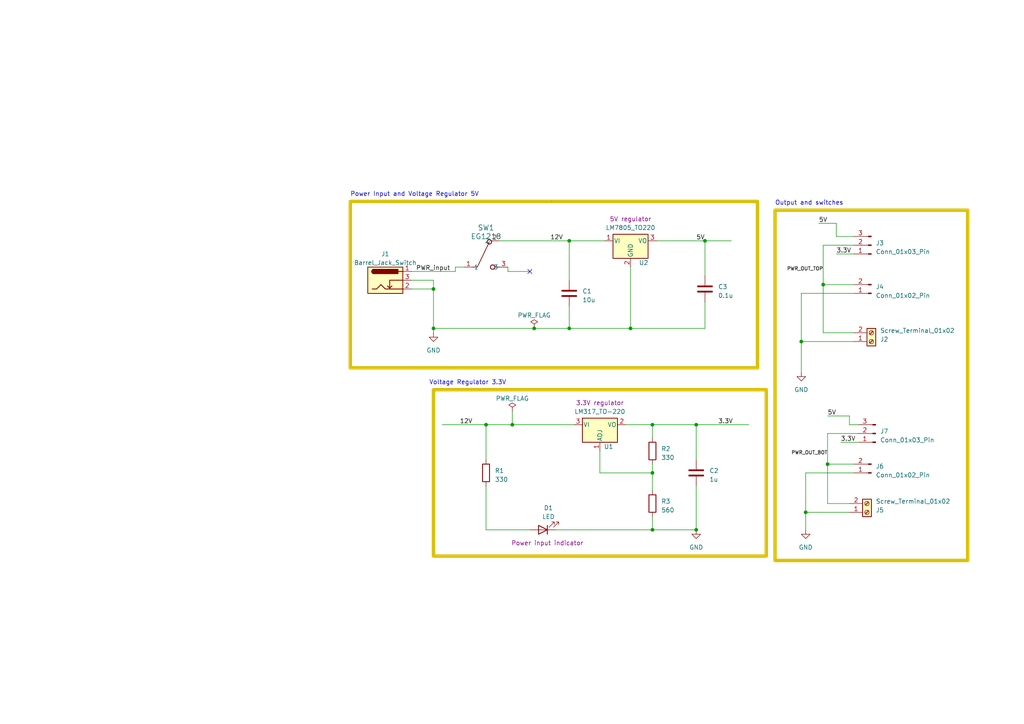
<source format=kicad_sch>
(kicad_sch (version 20230121) (generator eeschema)

  (uuid b15f6a37-5cf6-4683-bd90-94f12e9093fe)

  (paper "A4")

  (title_block
    (title "Breadboard Power Supply")
    (date "2023-04-30")
    (rev "1")
    (company "Adam Gal")
    (comment 1 "Second KiCAD project")
  )

  (lib_symbols
    (symbol "Connector:Barrel_Jack_Switch" (pin_names hide) (in_bom yes) (on_board yes)
      (property "Reference" "J" (at 0 5.334 0)
        (effects (font (size 1.27 1.27)))
      )
      (property "Value" "Barrel_Jack_Switch" (at 0 -5.08 0)
        (effects (font (size 1.27 1.27)))
      )
      (property "Footprint" "" (at 1.27 -1.016 0)
        (effects (font (size 1.27 1.27)) hide)
      )
      (property "Datasheet" "~" (at 1.27 -1.016 0)
        (effects (font (size 1.27 1.27)) hide)
      )
      (property "ki_keywords" "DC power barrel jack connector" (at 0 0 0)
        (effects (font (size 1.27 1.27)) hide)
      )
      (property "ki_description" "DC Barrel Jack with an internal switch" (at 0 0 0)
        (effects (font (size 1.27 1.27)) hide)
      )
      (property "ki_fp_filters" "BarrelJack*" (at 0 0 0)
        (effects (font (size 1.27 1.27)) hide)
      )
      (symbol "Barrel_Jack_Switch_0_1"
        (rectangle (start -5.08 3.81) (end 5.08 -3.81)
          (stroke (width 0.254) (type default))
          (fill (type background))
        )
        (arc (start -3.302 3.175) (mid -3.9343 2.54) (end -3.302 1.905)
          (stroke (width 0.254) (type default))
          (fill (type none))
        )
        (arc (start -3.302 3.175) (mid -3.9343 2.54) (end -3.302 1.905)
          (stroke (width 0.254) (type default))
          (fill (type outline))
        )
        (polyline
          (pts
            (xy 1.27 -2.286)
            (xy 1.905 -1.651)
          )
          (stroke (width 0.254) (type default))
          (fill (type none))
        )
        (polyline
          (pts
            (xy 5.08 2.54)
            (xy 3.81 2.54)
          )
          (stroke (width 0.254) (type default))
          (fill (type none))
        )
        (polyline
          (pts
            (xy 5.08 0)
            (xy 1.27 0)
            (xy 1.27 -2.286)
            (xy 0.635 -1.651)
          )
          (stroke (width 0.254) (type default))
          (fill (type none))
        )
        (polyline
          (pts
            (xy -3.81 -2.54)
            (xy -2.54 -2.54)
            (xy -1.27 -1.27)
            (xy 0 -2.54)
            (xy 2.54 -2.54)
            (xy 5.08 -2.54)
          )
          (stroke (width 0.254) (type default))
          (fill (type none))
        )
        (rectangle (start 3.683 3.175) (end -3.302 1.905)
          (stroke (width 0.254) (type default))
          (fill (type outline))
        )
      )
      (symbol "Barrel_Jack_Switch_1_1"
        (pin passive line (at 7.62 2.54 180) (length 2.54)
          (name "~" (effects (font (size 1.27 1.27))))
          (number "1" (effects (font (size 1.27 1.27))))
        )
        (pin passive line (at 7.62 -2.54 180) (length 2.54)
          (name "~" (effects (font (size 1.27 1.27))))
          (number "2" (effects (font (size 1.27 1.27))))
        )
        (pin passive line (at 7.62 0 180) (length 2.54)
          (name "~" (effects (font (size 1.27 1.27))))
          (number "3" (effects (font (size 1.27 1.27))))
        )
      )
    )
    (symbol "Connector:Conn_01x02_Pin" (pin_names (offset 1.016) hide) (in_bom yes) (on_board yes)
      (property "Reference" "J" (at 0 2.54 0)
        (effects (font (size 1.27 1.27)))
      )
      (property "Value" "Conn_01x02_Pin" (at 0 -5.08 0)
        (effects (font (size 1.27 1.27)))
      )
      (property "Footprint" "" (at 0 0 0)
        (effects (font (size 1.27 1.27)) hide)
      )
      (property "Datasheet" "~" (at 0 0 0)
        (effects (font (size 1.27 1.27)) hide)
      )
      (property "ki_locked" "" (at 0 0 0)
        (effects (font (size 1.27 1.27)))
      )
      (property "ki_keywords" "connector" (at 0 0 0)
        (effects (font (size 1.27 1.27)) hide)
      )
      (property "ki_description" "Generic connector, single row, 01x02, script generated" (at 0 0 0)
        (effects (font (size 1.27 1.27)) hide)
      )
      (property "ki_fp_filters" "Connector*:*_1x??_*" (at 0 0 0)
        (effects (font (size 1.27 1.27)) hide)
      )
      (symbol "Conn_01x02_Pin_1_1"
        (polyline
          (pts
            (xy 1.27 -2.54)
            (xy 0.8636 -2.54)
          )
          (stroke (width 0.1524) (type default))
          (fill (type none))
        )
        (polyline
          (pts
            (xy 1.27 0)
            (xy 0.8636 0)
          )
          (stroke (width 0.1524) (type default))
          (fill (type none))
        )
        (rectangle (start 0.8636 -2.413) (end 0 -2.667)
          (stroke (width 0.1524) (type default))
          (fill (type outline))
        )
        (rectangle (start 0.8636 0.127) (end 0 -0.127)
          (stroke (width 0.1524) (type default))
          (fill (type outline))
        )
        (pin passive line (at 5.08 0 180) (length 3.81)
          (name "Pin_1" (effects (font (size 1.27 1.27))))
          (number "1" (effects (font (size 1.27 1.27))))
        )
        (pin passive line (at 5.08 -2.54 180) (length 3.81)
          (name "Pin_2" (effects (font (size 1.27 1.27))))
          (number "2" (effects (font (size 1.27 1.27))))
        )
      )
    )
    (symbol "Connector:Conn_01x03_Pin" (pin_names (offset 1.016) hide) (in_bom yes) (on_board yes)
      (property "Reference" "J" (at 0 5.08 0)
        (effects (font (size 1.27 1.27)))
      )
      (property "Value" "Conn_01x03_Pin" (at 0 -5.08 0)
        (effects (font (size 1.27 1.27)))
      )
      (property "Footprint" "" (at 0 0 0)
        (effects (font (size 1.27 1.27)) hide)
      )
      (property "Datasheet" "~" (at 0 0 0)
        (effects (font (size 1.27 1.27)) hide)
      )
      (property "ki_locked" "" (at 0 0 0)
        (effects (font (size 1.27 1.27)))
      )
      (property "ki_keywords" "connector" (at 0 0 0)
        (effects (font (size 1.27 1.27)) hide)
      )
      (property "ki_description" "Generic connector, single row, 01x03, script generated" (at 0 0 0)
        (effects (font (size 1.27 1.27)) hide)
      )
      (property "ki_fp_filters" "Connector*:*_1x??_*" (at 0 0 0)
        (effects (font (size 1.27 1.27)) hide)
      )
      (symbol "Conn_01x03_Pin_1_1"
        (polyline
          (pts
            (xy 1.27 -2.54)
            (xy 0.8636 -2.54)
          )
          (stroke (width 0.1524) (type default))
          (fill (type none))
        )
        (polyline
          (pts
            (xy 1.27 0)
            (xy 0.8636 0)
          )
          (stroke (width 0.1524) (type default))
          (fill (type none))
        )
        (polyline
          (pts
            (xy 1.27 2.54)
            (xy 0.8636 2.54)
          )
          (stroke (width 0.1524) (type default))
          (fill (type none))
        )
        (rectangle (start 0.8636 -2.413) (end 0 -2.667)
          (stroke (width 0.1524) (type default))
          (fill (type outline))
        )
        (rectangle (start 0.8636 0.127) (end 0 -0.127)
          (stroke (width 0.1524) (type default))
          (fill (type outline))
        )
        (rectangle (start 0.8636 2.667) (end 0 2.413)
          (stroke (width 0.1524) (type default))
          (fill (type outline))
        )
        (pin passive line (at 5.08 2.54 180) (length 3.81)
          (name "Pin_1" (effects (font (size 1.27 1.27))))
          (number "1" (effects (font (size 1.27 1.27))))
        )
        (pin passive line (at 5.08 0 180) (length 3.81)
          (name "Pin_2" (effects (font (size 1.27 1.27))))
          (number "2" (effects (font (size 1.27 1.27))))
        )
        (pin passive line (at 5.08 -2.54 180) (length 3.81)
          (name "Pin_3" (effects (font (size 1.27 1.27))))
          (number "3" (effects (font (size 1.27 1.27))))
        )
      )
    )
    (symbol "Connector:Screw_Terminal_01x02" (pin_names (offset 1.016) hide) (in_bom yes) (on_board yes)
      (property "Reference" "J" (at 0 2.54 0)
        (effects (font (size 1.27 1.27)))
      )
      (property "Value" "Screw_Terminal_01x02" (at 0 -5.08 0)
        (effects (font (size 1.27 1.27)))
      )
      (property "Footprint" "" (at 0 0 0)
        (effects (font (size 1.27 1.27)) hide)
      )
      (property "Datasheet" "~" (at 0 0 0)
        (effects (font (size 1.27 1.27)) hide)
      )
      (property "ki_keywords" "screw terminal" (at 0 0 0)
        (effects (font (size 1.27 1.27)) hide)
      )
      (property "ki_description" "Generic screw terminal, single row, 01x02, script generated (kicad-library-utils/schlib/autogen/connector/)" (at 0 0 0)
        (effects (font (size 1.27 1.27)) hide)
      )
      (property "ki_fp_filters" "TerminalBlock*:*" (at 0 0 0)
        (effects (font (size 1.27 1.27)) hide)
      )
      (symbol "Screw_Terminal_01x02_1_1"
        (rectangle (start -1.27 1.27) (end 1.27 -3.81)
          (stroke (width 0.254) (type default))
          (fill (type background))
        )
        (circle (center 0 -2.54) (radius 0.635)
          (stroke (width 0.1524) (type default))
          (fill (type none))
        )
        (polyline
          (pts
            (xy -0.5334 -2.2098)
            (xy 0.3302 -3.048)
          )
          (stroke (width 0.1524) (type default))
          (fill (type none))
        )
        (polyline
          (pts
            (xy -0.5334 0.3302)
            (xy 0.3302 -0.508)
          )
          (stroke (width 0.1524) (type default))
          (fill (type none))
        )
        (polyline
          (pts
            (xy -0.3556 -2.032)
            (xy 0.508 -2.8702)
          )
          (stroke (width 0.1524) (type default))
          (fill (type none))
        )
        (polyline
          (pts
            (xy -0.3556 0.508)
            (xy 0.508 -0.3302)
          )
          (stroke (width 0.1524) (type default))
          (fill (type none))
        )
        (circle (center 0 0) (radius 0.635)
          (stroke (width 0.1524) (type default))
          (fill (type none))
        )
        (pin passive line (at -5.08 0 0) (length 3.81)
          (name "Pin_1" (effects (font (size 1.27 1.27))))
          (number "1" (effects (font (size 1.27 1.27))))
        )
        (pin passive line (at -5.08 -2.54 0) (length 3.81)
          (name "Pin_2" (effects (font (size 1.27 1.27))))
          (number "2" (effects (font (size 1.27 1.27))))
        )
      )
    )
    (symbol "Device:C" (pin_numbers hide) (pin_names (offset 0.254)) (in_bom yes) (on_board yes)
      (property "Reference" "C" (at 0.635 2.54 0)
        (effects (font (size 1.27 1.27)) (justify left))
      )
      (property "Value" "C" (at 0.635 -2.54 0)
        (effects (font (size 1.27 1.27)) (justify left))
      )
      (property "Footprint" "" (at 0.9652 -3.81 0)
        (effects (font (size 1.27 1.27)) hide)
      )
      (property "Datasheet" "~" (at 0 0 0)
        (effects (font (size 1.27 1.27)) hide)
      )
      (property "ki_keywords" "cap capacitor" (at 0 0 0)
        (effects (font (size 1.27 1.27)) hide)
      )
      (property "ki_description" "Unpolarized capacitor" (at 0 0 0)
        (effects (font (size 1.27 1.27)) hide)
      )
      (property "ki_fp_filters" "C_*" (at 0 0 0)
        (effects (font (size 1.27 1.27)) hide)
      )
      (symbol "C_0_1"
        (polyline
          (pts
            (xy -2.032 -0.762)
            (xy 2.032 -0.762)
          )
          (stroke (width 0.508) (type default))
          (fill (type none))
        )
        (polyline
          (pts
            (xy -2.032 0.762)
            (xy 2.032 0.762)
          )
          (stroke (width 0.508) (type default))
          (fill (type none))
        )
      )
      (symbol "C_1_1"
        (pin passive line (at 0 3.81 270) (length 2.794)
          (name "~" (effects (font (size 1.27 1.27))))
          (number "1" (effects (font (size 1.27 1.27))))
        )
        (pin passive line (at 0 -3.81 90) (length 2.794)
          (name "~" (effects (font (size 1.27 1.27))))
          (number "2" (effects (font (size 1.27 1.27))))
        )
      )
    )
    (symbol "Device:LED" (pin_numbers hide) (pin_names (offset 1.016) hide) (in_bom yes) (on_board yes)
      (property "Reference" "D" (at 0 2.54 0)
        (effects (font (size 1.27 1.27)))
      )
      (property "Value" "LED" (at 0 -2.54 0)
        (effects (font (size 1.27 1.27)))
      )
      (property "Footprint" "" (at 0 0 0)
        (effects (font (size 1.27 1.27)) hide)
      )
      (property "Datasheet" "~" (at 0 0 0)
        (effects (font (size 1.27 1.27)) hide)
      )
      (property "ki_keywords" "LED diode" (at 0 0 0)
        (effects (font (size 1.27 1.27)) hide)
      )
      (property "ki_description" "Light emitting diode" (at 0 0 0)
        (effects (font (size 1.27 1.27)) hide)
      )
      (property "ki_fp_filters" "LED* LED_SMD:* LED_THT:*" (at 0 0 0)
        (effects (font (size 1.27 1.27)) hide)
      )
      (symbol "LED_0_1"
        (polyline
          (pts
            (xy -1.27 -1.27)
            (xy -1.27 1.27)
          )
          (stroke (width 0.254) (type default))
          (fill (type none))
        )
        (polyline
          (pts
            (xy -1.27 0)
            (xy 1.27 0)
          )
          (stroke (width 0) (type default))
          (fill (type none))
        )
        (polyline
          (pts
            (xy 1.27 -1.27)
            (xy 1.27 1.27)
            (xy -1.27 0)
            (xy 1.27 -1.27)
          )
          (stroke (width 0.254) (type default))
          (fill (type none))
        )
        (polyline
          (pts
            (xy -3.048 -0.762)
            (xy -4.572 -2.286)
            (xy -3.81 -2.286)
            (xy -4.572 -2.286)
            (xy -4.572 -1.524)
          )
          (stroke (width 0) (type default))
          (fill (type none))
        )
        (polyline
          (pts
            (xy -1.778 -0.762)
            (xy -3.302 -2.286)
            (xy -2.54 -2.286)
            (xy -3.302 -2.286)
            (xy -3.302 -1.524)
          )
          (stroke (width 0) (type default))
          (fill (type none))
        )
      )
      (symbol "LED_1_1"
        (pin passive line (at -3.81 0 0) (length 2.54)
          (name "K" (effects (font (size 1.27 1.27))))
          (number "1" (effects (font (size 1.27 1.27))))
        )
        (pin passive line (at 3.81 0 180) (length 2.54)
          (name "A" (effects (font (size 1.27 1.27))))
          (number "2" (effects (font (size 1.27 1.27))))
        )
      )
    )
    (symbol "Device:R" (pin_numbers hide) (pin_names (offset 0)) (in_bom yes) (on_board yes)
      (property "Reference" "R" (at 2.032 0 90)
        (effects (font (size 1.27 1.27)))
      )
      (property "Value" "R" (at 0 0 90)
        (effects (font (size 1.27 1.27)))
      )
      (property "Footprint" "" (at -1.778 0 90)
        (effects (font (size 1.27 1.27)) hide)
      )
      (property "Datasheet" "~" (at 0 0 0)
        (effects (font (size 1.27 1.27)) hide)
      )
      (property "ki_keywords" "R res resistor" (at 0 0 0)
        (effects (font (size 1.27 1.27)) hide)
      )
      (property "ki_description" "Resistor" (at 0 0 0)
        (effects (font (size 1.27 1.27)) hide)
      )
      (property "ki_fp_filters" "R_*" (at 0 0 0)
        (effects (font (size 1.27 1.27)) hide)
      )
      (symbol "R_0_1"
        (rectangle (start -1.016 -2.54) (end 1.016 2.54)
          (stroke (width 0.254) (type default))
          (fill (type none))
        )
      )
      (symbol "R_1_1"
        (pin passive line (at 0 3.81 270) (length 1.27)
          (name "~" (effects (font (size 1.27 1.27))))
          (number "1" (effects (font (size 1.27 1.27))))
        )
        (pin passive line (at 0 -3.81 90) (length 1.27)
          (name "~" (effects (font (size 1.27 1.27))))
          (number "2" (effects (font (size 1.27 1.27))))
        )
      )
    )
    (symbol "EG1218:EG1218" (pin_names (offset 0.254)) (in_bom yes) (on_board yes)
      (property "Reference" "SW" (at 7.62 15.24 0)
        (effects (font (size 1.524 1.524)))
      )
      (property "Value" "EG1218" (at 0 0 0)
        (effects (font (size 1.524 1.524)))
      )
      (property "Footprint" "SW_1218_EWI" (at 0 0 0)
        (effects (font (size 1.27 1.27) italic) hide)
      )
      (property "Datasheet" "EG1218" (at 0 0 0)
        (effects (font (size 1.27 1.27) italic) hide)
      )
      (property "ki_locked" "" (at 0 0 0)
        (effects (font (size 1.27 1.27)))
      )
      (property "ki_keywords" "EG1218" (at 0 0 0)
        (effects (font (size 1.27 1.27)) hide)
      )
      (property "ki_fp_filters" "SW_1218_EWI" (at 0 0 0)
        (effects (font (size 1.27 1.27)) hide)
      )
      (symbol "EG1218_0_1"
        (polyline
          (pts
            (xy 2.54 0)
            (xy 3.81 0)
          )
          (stroke (width 0.2032) (type default))
          (fill (type none))
        )
        (polyline
          (pts
            (xy 7.3251 7.3251)
            (xy 3.81 0)
          )
          (stroke (width 0.2032) (type default))
          (fill (type none))
        )
        (polyline
          (pts
            (xy 10.16 0)
            (xy 8.89 0)
          )
          (stroke (width 0.2032) (type default))
          (fill (type none))
        )
        (circle (center 7.3251 7.3251) (radius 0.635)
          (stroke (width 0.254) (type default))
          (fill (type none))
        )
        (circle (center 8.255 0) (radius 0.635)
          (stroke (width 0.254) (type default))
          (fill (type none))
        )
        (pin unspecified line (at 0 0 0) (length 2.54)
          (name "1" (effects (font (size 1.27 1.27))))
          (number "1" (effects (font (size 1.27 1.27))))
        )
        (pin unspecified line (at 10.16 7.62 180) (length 2.54)
          (name "2" (effects (font (size 1.27 1.27))))
          (number "2" (effects (font (size 1.27 1.27))))
        )
        (pin unspecified line (at 12.7 0 180) (length 2.54)
          (name "3" (effects (font (size 1.27 1.27))))
          (number "3" (effects (font (size 1.27 1.27))))
        )
      )
    )
    (symbol "Regulator_Linear:LM317_TO-220" (pin_names (offset 0.254)) (in_bom yes) (on_board yes)
      (property "Reference" "U" (at -3.81 3.175 0)
        (effects (font (size 1.27 1.27)))
      )
      (property "Value" "LM317_TO-220" (at 0 3.175 0)
        (effects (font (size 1.27 1.27)) (justify left))
      )
      (property "Footprint" "Package_TO_SOT_THT:TO-220-3_Vertical" (at 0 6.35 0)
        (effects (font (size 1.27 1.27) italic) hide)
      )
      (property "Datasheet" "http://www.ti.com/lit/ds/symlink/lm317.pdf" (at 0 0 0)
        (effects (font (size 1.27 1.27)) hide)
      )
      (property "ki_keywords" "Adjustable Voltage Regulator 1A Positive" (at 0 0 0)
        (effects (font (size 1.27 1.27)) hide)
      )
      (property "ki_description" "1.5A 35V Adjustable Linear Regulator, TO-220" (at 0 0 0)
        (effects (font (size 1.27 1.27)) hide)
      )
      (property "ki_fp_filters" "TO?220*" (at 0 0 0)
        (effects (font (size 1.27 1.27)) hide)
      )
      (symbol "LM317_TO-220_0_1"
        (rectangle (start -5.08 1.905) (end 5.08 -5.08)
          (stroke (width 0.254) (type default))
          (fill (type background))
        )
      )
      (symbol "LM317_TO-220_1_1"
        (pin input line (at 0 -7.62 90) (length 2.54)
          (name "ADJ" (effects (font (size 1.27 1.27))))
          (number "1" (effects (font (size 1.27 1.27))))
        )
        (pin power_out line (at 7.62 0 180) (length 2.54)
          (name "VO" (effects (font (size 1.27 1.27))))
          (number "2" (effects (font (size 1.27 1.27))))
        )
        (pin power_in line (at -7.62 0 0) (length 2.54)
          (name "VI" (effects (font (size 1.27 1.27))))
          (number "3" (effects (font (size 1.27 1.27))))
        )
      )
    )
    (symbol "Regulator_Linear:LM7805_TO220" (pin_names (offset 0.254)) (in_bom yes) (on_board yes)
      (property "Reference" "U" (at -3.81 3.175 0)
        (effects (font (size 1.27 1.27)))
      )
      (property "Value" "LM7805_TO220" (at 0 3.175 0)
        (effects (font (size 1.27 1.27)) (justify left))
      )
      (property "Footprint" "Package_TO_SOT_THT:TO-220-3_Vertical" (at 0 5.715 0)
        (effects (font (size 1.27 1.27) italic) hide)
      )
      (property "Datasheet" "https://www.onsemi.cn/PowerSolutions/document/MC7800-D.PDF" (at 0 -1.27 0)
        (effects (font (size 1.27 1.27)) hide)
      )
      (property "ki_keywords" "Voltage Regulator 1A Positive" (at 0 0 0)
        (effects (font (size 1.27 1.27)) hide)
      )
      (property "ki_description" "Positive 1A 35V Linear Regulator, Fixed Output 5V, TO-220" (at 0 0 0)
        (effects (font (size 1.27 1.27)) hide)
      )
      (property "ki_fp_filters" "TO?220*" (at 0 0 0)
        (effects (font (size 1.27 1.27)) hide)
      )
      (symbol "LM7805_TO220_0_1"
        (rectangle (start -5.08 1.905) (end 5.08 -5.08)
          (stroke (width 0.254) (type default))
          (fill (type background))
        )
      )
      (symbol "LM7805_TO220_1_1"
        (pin power_in line (at -7.62 0 0) (length 2.54)
          (name "VI" (effects (font (size 1.27 1.27))))
          (number "1" (effects (font (size 1.27 1.27))))
        )
        (pin power_in line (at 0 -7.62 90) (length 2.54)
          (name "GND" (effects (font (size 1.27 1.27))))
          (number "2" (effects (font (size 1.27 1.27))))
        )
        (pin power_out line (at 7.62 0 180) (length 2.54)
          (name "VO" (effects (font (size 1.27 1.27))))
          (number "3" (effects (font (size 1.27 1.27))))
        )
      )
    )
    (symbol "power:GND" (power) (pin_names (offset 0)) (in_bom yes) (on_board yes)
      (property "Reference" "#PWR" (at 0 -6.35 0)
        (effects (font (size 1.27 1.27)) hide)
      )
      (property "Value" "GND" (at 0 -3.81 0)
        (effects (font (size 1.27 1.27)))
      )
      (property "Footprint" "" (at 0 0 0)
        (effects (font (size 1.27 1.27)) hide)
      )
      (property "Datasheet" "" (at 0 0 0)
        (effects (font (size 1.27 1.27)) hide)
      )
      (property "ki_keywords" "global power" (at 0 0 0)
        (effects (font (size 1.27 1.27)) hide)
      )
      (property "ki_description" "Power symbol creates a global label with name \"GND\" , ground" (at 0 0 0)
        (effects (font (size 1.27 1.27)) hide)
      )
      (symbol "GND_0_1"
        (polyline
          (pts
            (xy 0 0)
            (xy 0 -1.27)
            (xy 1.27 -1.27)
            (xy 0 -2.54)
            (xy -1.27 -1.27)
            (xy 0 -1.27)
          )
          (stroke (width 0) (type default))
          (fill (type none))
        )
      )
      (symbol "GND_1_1"
        (pin power_in line (at 0 0 270) (length 0) hide
          (name "GND" (effects (font (size 1.27 1.27))))
          (number "1" (effects (font (size 1.27 1.27))))
        )
      )
    )
    (symbol "power:PWR_FLAG" (power) (pin_numbers hide) (pin_names (offset 0) hide) (in_bom yes) (on_board yes)
      (property "Reference" "#FLG" (at 0 1.905 0)
        (effects (font (size 1.27 1.27)) hide)
      )
      (property "Value" "PWR_FLAG" (at 0 3.81 0)
        (effects (font (size 1.27 1.27)))
      )
      (property "Footprint" "" (at 0 0 0)
        (effects (font (size 1.27 1.27)) hide)
      )
      (property "Datasheet" "~" (at 0 0 0)
        (effects (font (size 1.27 1.27)) hide)
      )
      (property "ki_keywords" "flag power" (at 0 0 0)
        (effects (font (size 1.27 1.27)) hide)
      )
      (property "ki_description" "Special symbol for telling ERC where power comes from" (at 0 0 0)
        (effects (font (size 1.27 1.27)) hide)
      )
      (symbol "PWR_FLAG_0_0"
        (pin power_out line (at 0 0 90) (length 0)
          (name "pwr" (effects (font (size 1.27 1.27))))
          (number "1" (effects (font (size 1.27 1.27))))
        )
      )
      (symbol "PWR_FLAG_0_1"
        (polyline
          (pts
            (xy 0 0)
            (xy 0 1.27)
            (xy -1.016 1.905)
            (xy 0 2.54)
            (xy 1.016 1.905)
            (xy 0 1.27)
          )
          (stroke (width 0) (type default))
          (fill (type none))
        )
      )
    )
  )


  (junction (at 204.47 69.85) (diameter 0) (color 0 0 0 0)
    (uuid 0b4989e8-8923-4ea0-ac52-539fb9f4d756)
  )
  (junction (at 201.93 123.19) (diameter 0) (color 0 0 0 0)
    (uuid 19c794ed-f836-4877-bcf2-0c535ca3ca8a)
  )
  (junction (at 125.73 95.25) (diameter 0) (color 0 0 0 0)
    (uuid 2215172e-c417-490d-8859-cf80da924289)
  )
  (junction (at 189.23 153.67) (diameter 0) (color 0 0 0 0)
    (uuid 235dbef0-98e9-4220-996a-f8088d068261)
  )
  (junction (at 154.94 95.25) (diameter 0) (color 0 0 0 0)
    (uuid 3d8aeea7-9ba1-4245-ba45-6efce7551be6)
  )
  (junction (at 189.23 123.19) (diameter 0) (color 0 0 0 0)
    (uuid 42c59ec6-7d38-4230-be5a-4ce50c87cbec)
  )
  (junction (at 238.76 82.55) (diameter 0) (color 0 0 0 0)
    (uuid 5028e25b-f260-4419-a5e0-8b4f85246e29)
  )
  (junction (at 125.73 83.82) (diameter 0) (color 0 0 0 0)
    (uuid 5b5d14dc-0f6c-4ace-86cc-d11aa56122b2)
  )
  (junction (at 232.41 99.06) (diameter 0) (color 0 0 0 0)
    (uuid 6686e4a2-19fd-436c-a3f4-53fb73a73593)
  )
  (junction (at 140.97 123.19) (diameter 0) (color 0 0 0 0)
    (uuid 86231510-2e5c-4a30-9433-1c851af733cd)
  )
  (junction (at 148.59 123.19) (diameter 0) (color 0 0 0 0)
    (uuid 953348d7-c9ee-4f7d-802a-d1727cca7056)
  )
  (junction (at 165.1 95.25) (diameter 0) (color 0 0 0 0)
    (uuid a30c016e-fdef-45d9-bdcf-913fa6e9cf37)
  )
  (junction (at 233.68 148.59) (diameter 0) (color 0 0 0 0)
    (uuid ad7cbf6e-fb27-4920-b54a-3b84ae3d66c0)
  )
  (junction (at 201.93 153.67) (diameter 0) (color 0 0 0 0)
    (uuid b85ce990-ae19-4964-b54a-6d55f20b48ad)
  )
  (junction (at 240.03 134.62) (diameter 0) (color 0 0 0 0)
    (uuid c8f2b9a3-8fdd-4ee6-8208-a4eab0194884)
  )
  (junction (at 165.1 69.85) (diameter 0) (color 0 0 0 0)
    (uuid c98b84a7-0081-476d-97c2-1d19f7211d3a)
  )
  (junction (at 182.88 95.25) (diameter 0) (color 0 0 0 0)
    (uuid e85921f4-8ea5-4347-891c-68b354925d56)
  )
  (junction (at 189.23 137.16) (diameter 0) (color 0 0 0 0)
    (uuid fa78c3f8-295d-44f4-975f-41e36ebc0e23)
  )

  (no_connect (at 153.67 78.74) (uuid fbdc11be-27f2-4812-899d-c0f9ad4b69f2))

  (wire (pts (xy 128.27 123.19) (xy 140.97 123.19))
    (stroke (width 0) (type default))
    (uuid 0aed4f4c-b531-4b80-8854-f85660d5d559)
  )
  (wire (pts (xy 232.41 107.95) (xy 232.41 99.06))
    (stroke (width 0) (type default))
    (uuid 0c07b3ab-5ce9-4914-99a3-0a45d90a66f7)
  )
  (wire (pts (xy 242.57 73.66) (xy 247.65 73.66))
    (stroke (width 0) (type default))
    (uuid 12cd5acb-bd87-4091-8ddf-cd89074fef63)
  )
  (wire (pts (xy 132.08 77.47) (xy 134.62 77.47))
    (stroke (width 0) (type default))
    (uuid 1f78e4c8-b778-4f0c-b34a-720971442ae9)
  )
  (wire (pts (xy 140.97 123.19) (xy 140.97 133.35))
    (stroke (width 0) (type default))
    (uuid 207df11a-056c-430d-9315-9f2190d65761)
  )
  (wire (pts (xy 182.88 77.47) (xy 182.88 95.25))
    (stroke (width 0) (type default))
    (uuid 21811f1d-3957-41e6-850d-7ad6c26946f1)
  )
  (wire (pts (xy 240.03 120.65) (xy 246.38 120.65))
    (stroke (width 0) (type default))
    (uuid 21de15bd-43f5-4a36-977f-57ce70661139)
  )
  (wire (pts (xy 119.38 78.74) (xy 132.08 78.74))
    (stroke (width 0) (type default))
    (uuid 22a29e5b-7a5a-40c9-81f3-95294f049e56)
  )
  (wire (pts (xy 204.47 69.85) (xy 212.09 69.85))
    (stroke (width 0) (type default))
    (uuid 286010c1-82ad-49ac-9b42-2c4d4ee1047d)
  )
  (wire (pts (xy 238.76 82.55) (xy 247.65 82.55))
    (stroke (width 0) (type default))
    (uuid 2d91f12c-dacb-4de3-b620-d7dbead9992d)
  )
  (wire (pts (xy 148.59 123.19) (xy 166.37 123.19))
    (stroke (width 0) (type default))
    (uuid 3146a98c-a476-489a-8ee3-850509fc375f)
  )
  (wire (pts (xy 232.41 85.09) (xy 232.41 99.06))
    (stroke (width 0) (type default))
    (uuid 3263e25f-8624-4ff2-ae9f-f41c13f3baa3)
  )
  (wire (pts (xy 204.47 69.85) (xy 204.47 80.01))
    (stroke (width 0) (type default))
    (uuid 340da0b8-633c-4f86-8282-3879772bc4e2)
  )
  (wire (pts (xy 173.99 137.16) (xy 189.23 137.16))
    (stroke (width 0) (type default))
    (uuid 385db090-376d-4cf0-88c8-cb6414ef5f54)
  )
  (wire (pts (xy 165.1 69.85) (xy 175.26 69.85))
    (stroke (width 0) (type default))
    (uuid 3f19f72f-4666-49a9-a6ff-9d1ac5bb8fcb)
  )
  (wire (pts (xy 201.93 123.19) (xy 201.93 133.35))
    (stroke (width 0) (type default))
    (uuid 40ee7fa4-5818-44df-8a3a-9ea433a60e34)
  )
  (wire (pts (xy 238.76 96.52) (xy 247.65 96.52))
    (stroke (width 0) (type default))
    (uuid 44d08abb-53e2-4ee1-b30d-d30b526073da)
  )
  (wire (pts (xy 247.65 85.09) (xy 232.41 85.09))
    (stroke (width 0) (type default))
    (uuid 48bb3f0d-ff85-413f-95a3-887cc32ac8ea)
  )
  (wire (pts (xy 165.1 95.25) (xy 154.94 95.25))
    (stroke (width 0) (type default))
    (uuid 55909f12-3569-4b29-8679-a757416ee6ea)
  )
  (wire (pts (xy 132.08 78.74) (xy 132.08 77.47))
    (stroke (width 0) (type default))
    (uuid 5dbe9a57-0db3-421f-837a-486445bfbbe8)
  )
  (wire (pts (xy 189.23 137.16) (xy 189.23 142.24))
    (stroke (width 0) (type default))
    (uuid 5f03103f-82a6-45b2-8f20-248738cad601)
  )
  (wire (pts (xy 201.93 153.67) (xy 189.23 153.67))
    (stroke (width 0) (type default))
    (uuid 60c603b0-a4ec-407e-a1fa-1c1fa31c49c9)
  )
  (wire (pts (xy 238.76 71.12) (xy 247.65 71.12))
    (stroke (width 0) (type default))
    (uuid 60d56f04-b6fb-4b7f-bc83-4a1be94140cf)
  )
  (wire (pts (xy 233.68 148.59) (xy 233.68 153.67))
    (stroke (width 0) (type default))
    (uuid 61c9b722-a94b-4742-899d-ecad4d9c83a2)
  )
  (wire (pts (xy 238.76 96.52) (xy 238.76 82.55))
    (stroke (width 0) (type default))
    (uuid 77b30625-0eaf-4996-9102-af709920e950)
  )
  (wire (pts (xy 243.84 128.27) (xy 248.92 128.27))
    (stroke (width 0) (type default))
    (uuid 78ff9715-0bdb-449b-9448-408d300f6e64)
  )
  (wire (pts (xy 173.99 130.81) (xy 173.99 137.16))
    (stroke (width 0) (type default))
    (uuid 80241814-0752-4f9a-99e4-3c2e624f8d1d)
  )
  (wire (pts (xy 119.38 83.82) (xy 125.73 83.82))
    (stroke (width 0) (type default))
    (uuid 826f4e08-7c15-429b-b40f-9f7da0706e95)
  )
  (wire (pts (xy 246.38 146.05) (xy 240.03 146.05))
    (stroke (width 0) (type default))
    (uuid 865f8a82-59c3-4d8f-b5ad-34e669df96ac)
  )
  (wire (pts (xy 201.93 123.19) (xy 217.17 123.19))
    (stroke (width 0) (type default))
    (uuid 8a08c9c8-4d93-46da-932d-4bf290d803c1)
  )
  (wire (pts (xy 144.78 69.85) (xy 165.1 69.85))
    (stroke (width 0) (type default))
    (uuid 8d196368-cbee-43f6-83a4-e00a7b38323f)
  )
  (wire (pts (xy 119.38 81.28) (xy 125.73 81.28))
    (stroke (width 0) (type default))
    (uuid 95a6d8a6-162e-4f73-9da6-6cc584b23f32)
  )
  (wire (pts (xy 201.93 140.97) (xy 201.93 153.67))
    (stroke (width 0) (type default))
    (uuid 9647e0b0-00e2-4646-b47b-9b08483dc735)
  )
  (wire (pts (xy 189.23 123.19) (xy 189.23 127))
    (stroke (width 0) (type default))
    (uuid 9d25647a-17c1-4286-8a62-7034f1d8844f)
  )
  (wire (pts (xy 125.73 83.82) (xy 125.73 95.25))
    (stroke (width 0) (type default))
    (uuid 9e073e60-ff84-4048-a1d1-d61190e78057)
  )
  (wire (pts (xy 189.23 134.62) (xy 189.23 137.16))
    (stroke (width 0) (type default))
    (uuid 9e22f697-f4ca-47e8-a1b7-8d08a9121a9c)
  )
  (wire (pts (xy 190.5 69.85) (xy 204.47 69.85))
    (stroke (width 0) (type default))
    (uuid 9f33f04a-a5f4-4f26-939e-752a4a5986e9)
  )
  (wire (pts (xy 240.03 134.62) (xy 247.65 134.62))
    (stroke (width 0) (type default))
    (uuid a58bdfc5-fe27-4e16-a6a4-235892a46291)
  )
  (wire (pts (xy 125.73 95.25) (xy 125.73 96.52))
    (stroke (width 0) (type default))
    (uuid a5eadccb-363f-4a17-a557-9975716e5ab9)
  )
  (wire (pts (xy 147.32 78.74) (xy 153.67 78.74))
    (stroke (width 0) (type default))
    (uuid ac6fbea2-6e9e-4233-a627-39cfb447287a)
  )
  (wire (pts (xy 246.38 148.59) (xy 233.68 148.59))
    (stroke (width 0) (type default))
    (uuid acdac45a-feac-468c-a6f8-4673e016ee1c)
  )
  (wire (pts (xy 148.59 119.38) (xy 148.59 123.19))
    (stroke (width 0) (type default))
    (uuid b8aa228c-4213-4057-8f39-e63d87537b74)
  )
  (wire (pts (xy 189.23 153.67) (xy 161.29 153.67))
    (stroke (width 0) (type default))
    (uuid bc4313fa-e09e-4d53-af4e-c6a280bed810)
  )
  (wire (pts (xy 165.1 69.85) (xy 165.1 81.28))
    (stroke (width 0) (type default))
    (uuid bda8cb13-a9b7-4c05-86b9-741e03e5a450)
  )
  (wire (pts (xy 165.1 88.9) (xy 165.1 95.25))
    (stroke (width 0) (type default))
    (uuid cbe04b62-2542-45f1-8cea-87cf3f2f4d61)
  )
  (wire (pts (xy 189.23 123.19) (xy 201.93 123.19))
    (stroke (width 0) (type default))
    (uuid ce23c4c9-5cac-434a-9691-6edf46cf8419)
  )
  (wire (pts (xy 181.61 123.19) (xy 189.23 123.19))
    (stroke (width 0) (type default))
    (uuid d4463bd3-f918-4d6b-9918-9fb22805627c)
  )
  (wire (pts (xy 154.94 95.25) (xy 125.73 95.25))
    (stroke (width 0) (type default))
    (uuid d479bc3d-2cc8-4a8c-b333-d5afc513e039)
  )
  (wire (pts (xy 140.97 153.67) (xy 153.67 153.67))
    (stroke (width 0) (type default))
    (uuid d52f7a02-9a85-4531-9ab1-8a5a007c929e)
  )
  (wire (pts (xy 204.47 95.25) (xy 182.88 95.25))
    (stroke (width 0) (type default))
    (uuid d64ec4d0-84cb-4a8a-8937-e04dd5f0b89d)
  )
  (wire (pts (xy 189.23 149.86) (xy 189.23 153.67))
    (stroke (width 0) (type default))
    (uuid d8707968-97fe-47b2-a642-20ec471a1698)
  )
  (wire (pts (xy 242.57 64.77) (xy 242.57 68.58))
    (stroke (width 0) (type default))
    (uuid d93ca36c-55fb-46de-964b-a0632ba56971)
  )
  (wire (pts (xy 232.41 99.06) (xy 247.65 99.06))
    (stroke (width 0) (type default))
    (uuid de402351-fc72-4486-8dfc-d7e7ed105baf)
  )
  (wire (pts (xy 204.47 87.63) (xy 204.47 95.25))
    (stroke (width 0) (type default))
    (uuid e0385021-b3bb-47eb-9539-b0da8ff28fae)
  )
  (wire (pts (xy 182.88 95.25) (xy 165.1 95.25))
    (stroke (width 0) (type default))
    (uuid e27ea9c0-80b6-43e1-8f4a-d500c9b0f151)
  )
  (wire (pts (xy 246.38 120.65) (xy 246.38 123.19))
    (stroke (width 0) (type default))
    (uuid e3a8efcb-a12c-442e-afcb-12356b97390b)
  )
  (wire (pts (xy 233.68 137.16) (xy 233.68 148.59))
    (stroke (width 0) (type default))
    (uuid e44c3a2e-18d1-4c01-ba62-546bdf344209)
  )
  (wire (pts (xy 240.03 134.62) (xy 240.03 146.05))
    (stroke (width 0) (type default))
    (uuid ec213b2b-bace-4643-bc63-ce140330373e)
  )
  (wire (pts (xy 247.65 68.58) (xy 242.57 68.58))
    (stroke (width 0) (type default))
    (uuid ecc8666a-b94e-4537-bb7e-48733e2965ff)
  )
  (wire (pts (xy 240.03 125.73) (xy 240.03 134.62))
    (stroke (width 0) (type default))
    (uuid eefc87d7-c27e-46b6-883d-b7f8e0779141)
  )
  (wire (pts (xy 140.97 123.19) (xy 148.59 123.19))
    (stroke (width 0) (type default))
    (uuid f7661414-dc33-4ab7-b001-01f0bdd33fa3)
  )
  (wire (pts (xy 125.73 81.28) (xy 125.73 83.82))
    (stroke (width 0) (type default))
    (uuid f7e032ce-bece-47e6-b240-f031fa3c9d7c)
  )
  (wire (pts (xy 237.49 64.77) (xy 242.57 64.77))
    (stroke (width 0) (type default))
    (uuid f7e7ea07-521b-49c8-95e4-542710a6b90a)
  )
  (wire (pts (xy 246.38 123.19) (xy 248.92 123.19))
    (stroke (width 0) (type default))
    (uuid f8a24f91-f939-4cc2-95fb-ddee676820de)
  )
  (wire (pts (xy 147.32 77.47) (xy 147.32 78.74))
    (stroke (width 0) (type default))
    (uuid f9b92f2b-3a05-4302-9926-8e9c7c6cc5a5)
  )
  (wire (pts (xy 248.92 125.73) (xy 240.03 125.73))
    (stroke (width 0) (type default))
    (uuid fc884dc8-a3cc-4040-baa5-6412e3e93cd3)
  )
  (wire (pts (xy 140.97 140.97) (xy 140.97 153.67))
    (stroke (width 0) (type default))
    (uuid fcdf3999-dc68-4d07-aa26-95d0e7bbbb9d)
  )
  (wire (pts (xy 233.68 137.16) (xy 247.65 137.16))
    (stroke (width 0) (type default))
    (uuid fe3611b1-3e4b-4be1-94f5-9e3d7a9cde14)
  )
  (wire (pts (xy 238.76 71.12) (xy 238.76 82.55))
    (stroke (width 0) (type default))
    (uuid ff7c52be-ef0a-4040-97cf-796a8088c4ef)
  )

  (rectangle (start 125.73 113.03) (end 222.25 161.29)
    (stroke (width 1) (type default) (color 217 192 10 1))
    (fill (type none))
    (uuid 0c055ce4-9a7c-45d2-b1cf-8c3bf6100e1c)
  )
  (rectangle (start 101.6 58.42) (end 219.71 106.68)
    (stroke (width 1) (type default) (color 217 192 10 1))
    (fill (type none))
    (uuid 168a1f5e-c2ad-493b-a9f4-47afde578475)
  )
  (rectangle (start 224.79 60.96) (end 280.67 162.56)
    (stroke (width 1) (type default) (color 217 192 10 1))
    (fill (type none))
    (uuid 1a77283b-0227-484d-8dde-63374e0f818f)
  )
  (rectangle (start 160.02 58.42) (end 160.02 58.42)
    (stroke (width 0) (type default))
    (fill (type none))
    (uuid 7faca988-b3cd-4157-b305-bc2a53216613)
  )

  (text "Power Input and Voltage Regulator 5V" (at 101.6 57.15 0)
    (effects (font (size 1.27 1.27)) (justify left bottom))
    (uuid 066531ec-f760-4a3c-afea-9893866e0a1c)
  )
  (text "Output and switches" (at 224.79 59.69 0)
    (effects (font (size 1.27 1.27)) (justify left bottom))
    (uuid 339a1bf1-a528-46bc-82a1-7a8fa09d48e6)
  )
  (text "Voltage Regulator 3.3V" (at 124.46 111.76 0)
    (effects (font (size 1.27 1.27)) (justify left bottom))
    (uuid e5b1d8d7-9e23-473b-a3be-b20004f9c904)
  )

  (label "PWR_OUT_TOP" (at 238.76 78.74 180) (fields_autoplaced)
    (effects (font (size 1 1)) (justify right bottom))
    (uuid 012232eb-0112-44ed-9982-50ea0225a185)
  )
  (label "5V" (at 240.03 120.65 0) (fields_autoplaced)
    (effects (font (size 1.27 1.27)) (justify left bottom))
    (uuid 1487a715-ab98-4b48-ab6b-472dd6899866)
  )
  (label "PWR_OUT_BOT" (at 240.03 132.08 180) (fields_autoplaced)
    (effects (font (size 1 1)) (justify right bottom))
    (uuid 33b154c8-4282-482e-a77e-5a6d77da47e0)
  )
  (label "3.3V" (at 242.57 73.66 0) (fields_autoplaced)
    (effects (font (size 1.27 1.27)) (justify left bottom))
    (uuid 3661616a-831e-4612-9513-1d78d1a1a72d)
  )
  (label "3.3V" (at 208.28 123.19 0) (fields_autoplaced)
    (effects (font (size 1.27 1.27)) (justify left bottom))
    (uuid 8f617422-3c39-418a-a024-67dab4aadd1b)
  )
  (label "5V" (at 201.93 69.85 0) (fields_autoplaced)
    (effects (font (size 1.27 1.27)) (justify left bottom))
    (uuid 90dd7660-e47e-49c3-80c5-8b216a7b4ee3)
  )
  (label "12V" (at 159.5896 69.85 0) (fields_autoplaced)
    (effects (font (size 1.27 1.27)) (justify left bottom))
    (uuid 9ef2c522-7dbc-4e15-978e-1c7eddb3b67a)
  )
  (label "PWR_input" (at 120.65 78.74 0) (fields_autoplaced)
    (effects (font (size 1.27 1.27)) (justify left bottom))
    (uuid ab015e4a-f521-4232-bff6-a49e94154ca5)
  )
  (label "12V" (at 133.35 123.19 0) (fields_autoplaced)
    (effects (font (size 1.27 1.27)) (justify left bottom))
    (uuid e626973d-c07e-4fcb-8bf2-457c0e1d99c9)
  )
  (label "5V" (at 237.49 64.77 0) (fields_autoplaced)
    (effects (font (size 1.27 1.27)) (justify left bottom))
    (uuid eae6eb13-3c9f-45cd-b584-58d1b3dc4ec3)
  )
  (label "3.3V" (at 243.84 128.27 0) (fields_autoplaced)
    (effects (font (size 1.27 1.27)) (justify left bottom))
    (uuid fba43394-ac15-49d1-b43e-6474b981353e)
  )

  (symbol (lib_id "Connector:Conn_01x02_Pin") (at 252.73 137.16 180) (unit 1)
    (in_bom yes) (on_board yes) (dnp no) (fields_autoplaced)
    (uuid 0b795622-4a91-443d-9355-7d5660c1a2e4)
    (property "Reference" "J6" (at 254 135.255 0)
      (effects (font (size 1.27 1.27)) (justify right))
    )
    (property "Value" "Conn_01x02_Pin" (at 254 137.795 0)
      (effects (font (size 1.27 1.27)) (justify right))
    )
    (property "Footprint" "Connector_PinHeader_2.54mm:PinHeader_1x02_P2.54mm_Vertical" (at 252.73 137.16 0)
      (effects (font (size 1.27 1.27)) hide)
    )
    (property "Datasheet" "~" (at 252.73 137.16 0)
      (effects (font (size 1.27 1.27)) hide)
    )
    (pin "1" (uuid 69a833c6-a8ed-483f-a5fd-647e37bbb8b6))
    (pin "2" (uuid e7362280-2446-4be3-b410-c9d74cf22fb6))
    (instances
      (project "Prj_2_Power_Supply"
        (path "/b15f6a37-5cf6-4683-bd90-94f12e9093fe"
          (reference "J6") (unit 1)
        )
      )
    )
  )

  (symbol (lib_id "Device:R") (at 189.23 146.05 0) (unit 1)
    (in_bom yes) (on_board yes) (dnp no) (fields_autoplaced)
    (uuid 18902ef0-deb8-4786-85e0-876175327c2f)
    (property "Reference" "R3" (at 191.77 145.415 0)
      (effects (font (size 1.27 1.27)) (justify left))
    )
    (property "Value" "560" (at 191.77 147.955 0)
      (effects (font (size 1.27 1.27)) (justify left))
    )
    (property "Footprint" "Resistor_THT:R_Axial_DIN0204_L3.6mm_D1.6mm_P7.62mm_Horizontal" (at 187.452 146.05 90)
      (effects (font (size 1.27 1.27)) hide)
    )
    (property "Datasheet" "~" (at 189.23 146.05 0)
      (effects (font (size 1.27 1.27)) hide)
    )
    (pin "1" (uuid ffa24ad8-792b-4ee4-b401-8eefed417cc7))
    (pin "2" (uuid aa0b6aa3-e94e-465b-b265-4981755e7002))
    (instances
      (project "Prj_2_Power_Supply"
        (path "/b15f6a37-5cf6-4683-bd90-94f12e9093fe"
          (reference "R3") (unit 1)
        )
      )
    )
  )

  (symbol (lib_id "Device:C") (at 204.47 83.82 0) (unit 1)
    (in_bom yes) (on_board yes) (dnp no) (fields_autoplaced)
    (uuid 20e47559-ea2e-4cf1-ab99-82328e664360)
    (property "Reference" "C3" (at 208.28 83.185 0)
      (effects (font (size 1.27 1.27)) (justify left))
    )
    (property "Value" "0.1u" (at 208.28 85.725 0)
      (effects (font (size 1.27 1.27)) (justify left))
    )
    (property "Footprint" "Capacitor_THT:C_Disc_D3.0mm_W1.6mm_P2.50mm" (at 205.4352 87.63 0)
      (effects (font (size 1.27 1.27)) hide)
    )
    (property "Datasheet" "~" (at 204.47 83.82 0)
      (effects (font (size 1.27 1.27)) hide)
    )
    (pin "1" (uuid 34c1b0db-73b2-42be-86e9-efab9ab95cb9))
    (pin "2" (uuid 46e74726-783b-4b8e-b42b-1d228f7e0418))
    (instances
      (project "Prj_2_Power_Supply"
        (path "/b15f6a37-5cf6-4683-bd90-94f12e9093fe"
          (reference "C3") (unit 1)
        )
      )
    )
  )

  (symbol (lib_id "Connector:Conn_01x03_Pin") (at 252.73 71.12 180) (unit 1)
    (in_bom yes) (on_board yes) (dnp no) (fields_autoplaced)
    (uuid 262ed108-e55a-4657-9cc2-cc52a72f1b02)
    (property "Reference" "J3" (at 254 70.485 0)
      (effects (font (size 1.27 1.27)) (justify right))
    )
    (property "Value" "Conn_01x03_Pin" (at 254 73.025 0)
      (effects (font (size 1.27 1.27)) (justify right))
    )
    (property "Footprint" "Connector_PinHeader_2.54mm:PinHeader_1x03_P2.54mm_Vertical" (at 252.73 71.12 0)
      (effects (font (size 1.27 1.27)) hide)
    )
    (property "Datasheet" "~" (at 252.73 71.12 0)
      (effects (font (size 1.27 1.27)) hide)
    )
    (property "Purpose" "" (at 252.73 71.12 0)
      (effects (font (size 1.27 1.27)))
    )
    (pin "1" (uuid 7851fe58-d866-4f78-9e45-7579c13fec5d))
    (pin "2" (uuid 85ae6786-63c6-4a03-84a5-702ac9e87ea7))
    (pin "3" (uuid d710c3c0-3a27-4f36-a174-3ccf14e89d7f))
    (instances
      (project "Prj_2_Power_Supply"
        (path "/b15f6a37-5cf6-4683-bd90-94f12e9093fe"
          (reference "J3") (unit 1)
        )
      )
    )
  )

  (symbol (lib_id "power:PWR_FLAG") (at 148.59 119.38 0) (unit 1)
    (in_bom yes) (on_board yes) (dnp no) (fields_autoplaced)
    (uuid 265acb8a-b608-4904-b499-0949ab1d682b)
    (property "Reference" "#FLG01" (at 148.59 117.475 0)
      (effects (font (size 1.27 1.27)) hide)
    )
    (property "Value" "PWR_FLAG" (at 148.59 115.57 0)
      (effects (font (size 1.27 1.27)))
    )
    (property "Footprint" "" (at 148.59 119.38 0)
      (effects (font (size 1.27 1.27)) hide)
    )
    (property "Datasheet" "~" (at 148.59 119.38 0)
      (effects (font (size 1.27 1.27)) hide)
    )
    (pin "1" (uuid d4d2b908-b72d-4b0b-9090-afaf3273aec5))
    (instances
      (project "Prj_2_Power_Supply"
        (path "/b15f6a37-5cf6-4683-bd90-94f12e9093fe"
          (reference "#FLG01") (unit 1)
        )
      )
    )
  )

  (symbol (lib_id "Regulator_Linear:LM7805_TO220") (at 182.88 69.85 0) (unit 1)
    (in_bom yes) (on_board yes) (dnp no)
    (uuid 27cd3b20-7a56-4912-846c-9ec8050bf3ea)
    (property "Reference" "U2" (at 186.69 76.2 0)
      (effects (font (size 1.27 1.27)))
    )
    (property "Value" "LM7805_TO220" (at 182.88 66.04 0)
      (effects (font (size 1.27 1.27)))
    )
    (property "Footprint" "Package_TO_SOT_THT:TO-220-3_Vertical" (at 182.88 64.135 0)
      (effects (font (size 1.27 1.27) italic) hide)
    )
    (property "Datasheet" "https://www.onsemi.cn/PowerSolutions/document/MC7800-D.PDF" (at 182.88 71.12 0)
      (effects (font (size 1.27 1.27)) hide)
    )
    (property "Purpose" "5V regulator" (at 182.88 63.5 0)
      (effects (font (size 1.27 1.27)))
    )
    (pin "1" (uuid 64fd4e12-9ff4-4f23-a6f8-1cdbddf081c7))
    (pin "2" (uuid c77b27d6-2ac0-4bf7-8368-3f1a6132b3b6))
    (pin "3" (uuid 42f1a81a-5436-458a-a092-9b2ee98098f8))
    (instances
      (project "Prj_2_Power_Supply"
        (path "/b15f6a37-5cf6-4683-bd90-94f12e9093fe"
          (reference "U2") (unit 1)
        )
      )
    )
  )

  (symbol (lib_id "Device:C") (at 201.93 137.16 0) (unit 1)
    (in_bom yes) (on_board yes) (dnp no) (fields_autoplaced)
    (uuid 2cb7b440-0280-4440-90ad-a0a608f19536)
    (property "Reference" "C2" (at 205.74 136.525 0)
      (effects (font (size 1.27 1.27)) (justify left))
    )
    (property "Value" "1u" (at 205.74 139.065 0)
      (effects (font (size 1.27 1.27)) (justify left))
    )
    (property "Footprint" "Capacitor_THT:C_Disc_D3.0mm_W1.6mm_P2.50mm" (at 202.8952 140.97 0)
      (effects (font (size 1.27 1.27)) hide)
    )
    (property "Datasheet" "~" (at 201.93 137.16 0)
      (effects (font (size 1.27 1.27)) hide)
    )
    (pin "1" (uuid 912d5018-13ce-4659-8b47-6fb99d867b5a))
    (pin "2" (uuid d85846dd-5251-4130-b6f1-c9707bcb0acb))
    (instances
      (project "Prj_2_Power_Supply"
        (path "/b15f6a37-5cf6-4683-bd90-94f12e9093fe"
          (reference "C2") (unit 1)
        )
      )
    )
  )

  (symbol (lib_id "power:GND") (at 232.41 107.95 0) (unit 1)
    (in_bom yes) (on_board yes) (dnp no) (fields_autoplaced)
    (uuid 2d4c6cc9-b772-4e85-913e-b99682b04de0)
    (property "Reference" "#PWR04" (at 232.41 114.3 0)
      (effects (font (size 1.27 1.27)) hide)
    )
    (property "Value" "GND" (at 232.41 113.03 0)
      (effects (font (size 1.27 1.27)))
    )
    (property "Footprint" "" (at 232.41 107.95 0)
      (effects (font (size 1.27 1.27)) hide)
    )
    (property "Datasheet" "" (at 232.41 107.95 0)
      (effects (font (size 1.27 1.27)) hide)
    )
    (pin "1" (uuid 7b0e0788-cf0d-4cb1-aade-2ebfdfdbd978))
    (instances
      (project "Prj_2_Power_Supply"
        (path "/b15f6a37-5cf6-4683-bd90-94f12e9093fe"
          (reference "#PWR04") (unit 1)
        )
      )
    )
  )

  (symbol (lib_id "Connector:Screw_Terminal_01x02") (at 252.73 99.06 0) (mirror x) (unit 1)
    (in_bom yes) (on_board yes) (dnp no)
    (uuid 30cfcca3-6881-462d-89e6-472a749cd088)
    (property "Reference" "J2" (at 255.27 98.425 0)
      (effects (font (size 1.27 1.27)) (justify left))
    )
    (property "Value" "Screw_Terminal_01x02" (at 255.27 95.885 0)
      (effects (font (size 1.27 1.27)) (justify left))
    )
    (property "Footprint" "TerminalBlock:TerminalBlock_bornier-2_P5.08mm" (at 252.73 99.06 0)
      (effects (font (size 1.27 1.27)) hide)
    )
    (property "Datasheet" "~" (at 252.73 99.06 0)
      (effects (font (size 1.27 1.27)) hide)
    )
    (pin "1" (uuid 7cda80e6-9948-4bbd-8dfd-8ee55836bce5))
    (pin "2" (uuid 2ab29b74-92da-4634-b987-6f00d16328a9))
    (instances
      (project "Prj_2_Power_Supply"
        (path "/b15f6a37-5cf6-4683-bd90-94f12e9093fe"
          (reference "J2") (unit 1)
        )
      )
    )
  )

  (symbol (lib_id "Device:R") (at 140.97 137.16 0) (unit 1)
    (in_bom yes) (on_board yes) (dnp no) (fields_autoplaced)
    (uuid 48551d03-3855-45c3-9d65-dd0e1f96477c)
    (property "Reference" "R1" (at 143.51 136.525 0)
      (effects (font (size 1.27 1.27)) (justify left))
    )
    (property "Value" "330" (at 143.51 139.065 0)
      (effects (font (size 1.27 1.27)) (justify left))
    )
    (property "Footprint" "Resistor_THT:R_Axial_DIN0204_L3.6mm_D1.6mm_P7.62mm_Horizontal" (at 139.192 137.16 90)
      (effects (font (size 1.27 1.27)) hide)
    )
    (property "Datasheet" "~" (at 140.97 137.16 0)
      (effects (font (size 1.27 1.27)) hide)
    )
    (pin "1" (uuid 6bdf7ce5-391f-4093-a59a-71e306224eb0))
    (pin "2" (uuid 03bb2eb7-e1ce-468a-b2c4-35f869415408))
    (instances
      (project "Prj_2_Power_Supply"
        (path "/b15f6a37-5cf6-4683-bd90-94f12e9093fe"
          (reference "R1") (unit 1)
        )
      )
    )
  )

  (symbol (lib_id "Regulator_Linear:LM317_TO-220") (at 173.99 123.19 0) (unit 1)
    (in_bom yes) (on_board yes) (dnp no)
    (uuid 48916bd2-5098-4152-ba38-16bde4dc5be0)
    (property "Reference" "U1" (at 176.53 129.54 0)
      (effects (font (size 1.27 1.27)))
    )
    (property "Value" "LM317_TO-220" (at 173.99 119.38 0)
      (effects (font (size 1.27 1.27)))
    )
    (property "Footprint" "Package_TO_SOT_THT:TO-220-3_Vertical" (at 173.99 116.84 0)
      (effects (font (size 1.27 1.27) italic) hide)
    )
    (property "Datasheet" "http://www.ti.com/lit/ds/symlink/lm317.pdf" (at 173.99 123.19 0)
      (effects (font (size 1.27 1.27)) hide)
    )
    (property "Purpose" "3.3V regulator" (at 173.99 116.84 0)
      (effects (font (size 1.27 1.27)))
    )
    (pin "1" (uuid 36af6cd3-a754-48f4-9d8d-fd8cc9a12585))
    (pin "2" (uuid c6ff9c2f-3c16-44da-89f2-d2b5911478c7))
    (pin "3" (uuid aa8c99cf-0b35-4d96-9f1e-0ed8e26f60bc))
    (instances
      (project "Prj_2_Power_Supply"
        (path "/b15f6a37-5cf6-4683-bd90-94f12e9093fe"
          (reference "U1") (unit 1)
        )
      )
    )
  )

  (symbol (lib_id "Connector:Barrel_Jack_Switch") (at 111.76 81.28 0) (unit 1)
    (in_bom yes) (on_board yes) (dnp no) (fields_autoplaced)
    (uuid 499c0a09-1c86-49a1-bda2-fe034e3fc496)
    (property "Reference" "J1" (at 111.76 73.66 0)
      (effects (font (size 1.27 1.27)))
    )
    (property "Value" "Barrel_Jack_Switch" (at 111.76 76.2 0)
      (effects (font (size 1.27 1.27)))
    )
    (property "Footprint" "Connector_BarrelJack:BarrelJack_Horizontal" (at 113.03 82.296 0)
      (effects (font (size 1.27 1.27)) hide)
    )
    (property "Datasheet" "~" (at 113.03 82.296 0)
      (effects (font (size 1.27 1.27)) hide)
    )
    (pin "1" (uuid 1a1e0124-b6fe-4776-b064-bba488383abe))
    (pin "2" (uuid 87c5a2bc-37f8-4a0f-854b-88d5e71f2fa8))
    (pin "3" (uuid 59b0248a-db9e-4f4e-83e1-4b8ed0369e83))
    (instances
      (project "Prj_2_Power_Supply"
        (path "/b15f6a37-5cf6-4683-bd90-94f12e9093fe"
          (reference "J1") (unit 1)
        )
      )
    )
  )

  (symbol (lib_id "Device:R") (at 189.23 130.81 0) (unit 1)
    (in_bom yes) (on_board yes) (dnp no) (fields_autoplaced)
    (uuid 78e133d6-f8ba-48fe-a79e-7fdf6c9428be)
    (property "Reference" "R2" (at 191.77 130.175 0)
      (effects (font (size 1.27 1.27)) (justify left))
    )
    (property "Value" "330" (at 191.77 132.715 0)
      (effects (font (size 1.27 1.27)) (justify left))
    )
    (property "Footprint" "Resistor_THT:R_Axial_DIN0204_L3.6mm_D1.6mm_P7.62mm_Horizontal" (at 187.452 130.81 90)
      (effects (font (size 1.27 1.27)) hide)
    )
    (property "Datasheet" "~" (at 189.23 130.81 0)
      (effects (font (size 1.27 1.27)) hide)
    )
    (pin "1" (uuid 7df4d55e-6420-4c02-a4d6-57473e35d841))
    (pin "2" (uuid 949dae70-39c9-4eee-9192-ecccc8713c1b))
    (instances
      (project "Prj_2_Power_Supply"
        (path "/b15f6a37-5cf6-4683-bd90-94f12e9093fe"
          (reference "R2") (unit 1)
        )
      )
    )
  )

  (symbol (lib_id "Connector:Conn_01x03_Pin") (at 254 125.73 180) (unit 1)
    (in_bom yes) (on_board yes) (dnp no) (fields_autoplaced)
    (uuid 7d0b9b2c-5496-450c-bc01-469726052e96)
    (property "Reference" "J7" (at 255.27 125.095 0)
      (effects (font (size 1.27 1.27)) (justify right))
    )
    (property "Value" "Conn_01x03_Pin" (at 255.27 127.635 0)
      (effects (font (size 1.27 1.27)) (justify right))
    )
    (property "Footprint" "Connector_PinHeader_2.54mm:PinHeader_1x03_P2.54mm_Vertical" (at 254 125.73 0)
      (effects (font (size 1.27 1.27)) hide)
    )
    (property "Datasheet" "~" (at 254 125.73 0)
      (effects (font (size 1.27 1.27)) hide)
    )
    (property "Purpose" "" (at 254 125.73 0)
      (effects (font (size 1.27 1.27)))
    )
    (pin "1" (uuid 18979746-cf17-499b-98e4-dc4e1a822785))
    (pin "2" (uuid 513e753f-fa41-4a3e-9f10-e161f65e2851))
    (pin "3" (uuid fb0c3464-e362-49ac-92e0-c75ceeef5275))
    (instances
      (project "Prj_2_Power_Supply"
        (path "/b15f6a37-5cf6-4683-bd90-94f12e9093fe"
          (reference "J7") (unit 1)
        )
      )
    )
  )

  (symbol (lib_id "power:GND") (at 201.93 153.67 0) (unit 1)
    (in_bom yes) (on_board yes) (dnp no) (fields_autoplaced)
    (uuid 8bc3ba67-4d1d-44d4-a032-c2b2db401470)
    (property "Reference" "#PWR02" (at 201.93 160.02 0)
      (effects (font (size 1.27 1.27)) hide)
    )
    (property "Value" "GND" (at 201.93 158.75 0)
      (effects (font (size 1.27 1.27)))
    )
    (property "Footprint" "" (at 201.93 153.67 0)
      (effects (font (size 1.27 1.27)) hide)
    )
    (property "Datasheet" "" (at 201.93 153.67 0)
      (effects (font (size 1.27 1.27)) hide)
    )
    (pin "1" (uuid cb44cf3b-5ceb-4e4a-9d35-144bc272354b))
    (instances
      (project "Prj_2_Power_Supply"
        (path "/b15f6a37-5cf6-4683-bd90-94f12e9093fe"
          (reference "#PWR02") (unit 1)
        )
      )
    )
  )

  (symbol (lib_id "Device:LED") (at 157.48 153.67 180) (unit 1)
    (in_bom yes) (on_board yes) (dnp no)
    (uuid a6e094c0-d89a-445c-8aa1-af8d3090c919)
    (property "Reference" "D1" (at 159.0675 147.32 0)
      (effects (font (size 1.27 1.27)))
    )
    (property "Value" "LED" (at 159.0675 149.86 0)
      (effects (font (size 1.27 1.27)))
    )
    (property "Footprint" "LED_THT:LED_D5.0mm" (at 157.48 153.67 0)
      (effects (font (size 1.27 1.27)) hide)
    )
    (property "Datasheet" "~" (at 157.48 153.67 0)
      (effects (font (size 1.27 1.27)) hide)
    )
    (property "Purpose" "Power input indicator" (at 158.75 157.48 0)
      (effects (font (size 1.27 1.27)))
    )
    (pin "1" (uuid f3e8c1c0-7f57-42ca-a70a-bf91d07e5555))
    (pin "2" (uuid 23112104-ff78-4ff6-9659-bbdd603feda5))
    (instances
      (project "Prj_2_Power_Supply"
        (path "/b15f6a37-5cf6-4683-bd90-94f12e9093fe"
          (reference "D1") (unit 1)
        )
      )
    )
  )

  (symbol (lib_id "power:GND") (at 233.68 153.67 0) (unit 1)
    (in_bom yes) (on_board yes) (dnp no) (fields_autoplaced)
    (uuid aad78f65-5d7f-4092-a65f-6118bcd49174)
    (property "Reference" "#PWR03" (at 233.68 160.02 0)
      (effects (font (size 1.27 1.27)) hide)
    )
    (property "Value" "GND" (at 233.68 158.75 0)
      (effects (font (size 1.27 1.27)))
    )
    (property "Footprint" "" (at 233.68 153.67 0)
      (effects (font (size 1.27 1.27)) hide)
    )
    (property "Datasheet" "" (at 233.68 153.67 0)
      (effects (font (size 1.27 1.27)) hide)
    )
    (pin "1" (uuid de442358-0e95-460b-b2d0-6ab5af952b6a))
    (instances
      (project "Prj_2_Power_Supply"
        (path "/b15f6a37-5cf6-4683-bd90-94f12e9093fe"
          (reference "#PWR03") (unit 1)
        )
      )
    )
  )

  (symbol (lib_id "Connector:Conn_01x02_Pin") (at 252.73 85.09 180) (unit 1)
    (in_bom yes) (on_board yes) (dnp no) (fields_autoplaced)
    (uuid c87a4de6-8d12-4c91-a49e-81b542df9046)
    (property "Reference" "J4" (at 254 83.185 0)
      (effects (font (size 1.27 1.27)) (justify right))
    )
    (property "Value" "Conn_01x02_Pin" (at 254 85.725 0)
      (effects (font (size 1.27 1.27)) (justify right))
    )
    (property "Footprint" "Connector_PinHeader_2.54mm:PinHeader_1x02_P2.54mm_Vertical" (at 252.73 85.09 0)
      (effects (font (size 1.27 1.27)) hide)
    )
    (property "Datasheet" "~" (at 252.73 85.09 0)
      (effects (font (size 1.27 1.27)) hide)
    )
    (pin "1" (uuid e1b9bd77-67af-4e7e-8801-e4d29f88bd0d))
    (pin "2" (uuid 7c42614b-ec7a-41a8-b2cf-6cc402760e92))
    (instances
      (project "Prj_2_Power_Supply"
        (path "/b15f6a37-5cf6-4683-bd90-94f12e9093fe"
          (reference "J4") (unit 1)
        )
      )
    )
  )

  (symbol (lib_id "power:PWR_FLAG") (at 154.94 95.25 0) (unit 1)
    (in_bom yes) (on_board yes) (dnp no) (fields_autoplaced)
    (uuid cce23524-6eaf-41e0-a804-2bd15e23a252)
    (property "Reference" "#FLG02" (at 154.94 93.345 0)
      (effects (font (size 1.27 1.27)) hide)
    )
    (property "Value" "PWR_FLAG" (at 154.94 91.44 0)
      (effects (font (size 1.27 1.27)))
    )
    (property "Footprint" "" (at 154.94 95.25 0)
      (effects (font (size 1.27 1.27)) hide)
    )
    (property "Datasheet" "~" (at 154.94 95.25 0)
      (effects (font (size 1.27 1.27)) hide)
    )
    (pin "1" (uuid 5ca147e1-f831-4783-8513-c408960b00f0))
    (instances
      (project "Prj_2_Power_Supply"
        (path "/b15f6a37-5cf6-4683-bd90-94f12e9093fe"
          (reference "#FLG02") (unit 1)
        )
      )
    )
  )

  (symbol (lib_id "Connector:Screw_Terminal_01x02") (at 251.46 148.59 0) (mirror x) (unit 1)
    (in_bom yes) (on_board yes) (dnp no)
    (uuid cf1beb95-a7a9-435f-8f26-291928b67442)
    (property "Reference" "J5" (at 254 147.955 0)
      (effects (font (size 1.27 1.27)) (justify left))
    )
    (property "Value" "Screw_Terminal_01x02" (at 254 145.415 0)
      (effects (font (size 1.27 1.27)) (justify left))
    )
    (property "Footprint" "TerminalBlock:TerminalBlock_bornier-2_P5.08mm" (at 251.46 148.59 0)
      (effects (font (size 1.27 1.27)) hide)
    )
    (property "Datasheet" "~" (at 251.46 148.59 0)
      (effects (font (size 1.27 1.27)) hide)
    )
    (pin "1" (uuid 6a962809-c437-432d-a3da-c9bb83c7390e))
    (pin "2" (uuid b9e44c03-152f-45eb-bfa0-d08f8bbd2c60))
    (instances
      (project "Prj_2_Power_Supply"
        (path "/b15f6a37-5cf6-4683-bd90-94f12e9093fe"
          (reference "J5") (unit 1)
        )
      )
    )
  )

  (symbol (lib_id "EG1218:EG1218") (at 134.62 77.47 0) (unit 1)
    (in_bom yes) (on_board yes) (dnp no) (fields_autoplaced)
    (uuid e00236c3-517e-4db0-8722-687900e15b8f)
    (property "Reference" "SW1" (at 140.97 66.04 0)
      (effects (font (size 1.524 1.524)))
    )
    (property "Value" "EG1218" (at 140.97 68.58 0)
      (effects (font (size 1.524 1.524)))
    )
    (property "Footprint" "EG1218:EG1218" (at 134.62 77.47 0)
      (effects (font (size 1.27 1.27) italic) hide)
    )
    (property "Datasheet" "EG1218" (at 134.62 77.47 0)
      (effects (font (size 1.27 1.27) italic) hide)
    )
    (pin "1" (uuid 58ffd4b4-2aa7-493f-9ac3-519774ea1437))
    (pin "2" (uuid 896d7211-09ea-42c0-ad46-a090cb8cf09f))
    (pin "3" (uuid 884ceb8f-5499-4ed9-a18d-9ed5daeddbc8))
    (instances
      (project "Prj_2_Power_Supply"
        (path "/b15f6a37-5cf6-4683-bd90-94f12e9093fe"
          (reference "SW1") (unit 1)
        )
      )
    )
  )

  (symbol (lib_id "Device:C") (at 165.1 85.09 0) (unit 1)
    (in_bom yes) (on_board yes) (dnp no) (fields_autoplaced)
    (uuid e7597625-b816-46d8-83ee-20053ac8ce2f)
    (property "Reference" "C1" (at 168.91 84.455 0)
      (effects (font (size 1.27 1.27)) (justify left))
    )
    (property "Value" "10u" (at 168.91 86.995 0)
      (effects (font (size 1.27 1.27)) (justify left))
    )
    (property "Footprint" "Capacitor_THT:C_Disc_D3.0mm_W1.6mm_P2.50mm" (at 166.0652 88.9 0)
      (effects (font (size 1.27 1.27)) hide)
    )
    (property "Datasheet" "~" (at 165.1 85.09 0)
      (effects (font (size 1.27 1.27)) hide)
    )
    (pin "1" (uuid ce994e92-ee81-46a5-908b-fe22d6418c93))
    (pin "2" (uuid ed8a49dd-ee7d-41f7-a3b5-02f5a9df8a5b))
    (instances
      (project "Prj_2_Power_Supply"
        (path "/b15f6a37-5cf6-4683-bd90-94f12e9093fe"
          (reference "C1") (unit 1)
        )
      )
    )
  )

  (symbol (lib_id "power:GND") (at 125.73 96.52 0) (unit 1)
    (in_bom yes) (on_board yes) (dnp no) (fields_autoplaced)
    (uuid f6956fe5-52cc-44f9-97e4-0ee74e52b775)
    (property "Reference" "#PWR01" (at 125.73 102.87 0)
      (effects (font (size 1.27 1.27)) hide)
    )
    (property "Value" "GND" (at 125.73 101.6 0)
      (effects (font (size 1.27 1.27)))
    )
    (property "Footprint" "" (at 125.73 96.52 0)
      (effects (font (size 1.27 1.27)) hide)
    )
    (property "Datasheet" "" (at 125.73 96.52 0)
      (effects (font (size 1.27 1.27)) hide)
    )
    (pin "1" (uuid 7364defd-265f-44a0-abef-fbdeafc90fa7))
    (instances
      (project "Prj_2_Power_Supply"
        (path "/b15f6a37-5cf6-4683-bd90-94f12e9093fe"
          (reference "#PWR01") (unit 1)
        )
      )
    )
  )

  (sheet_instances
    (path "/" (page "1"))
  )
)

</source>
